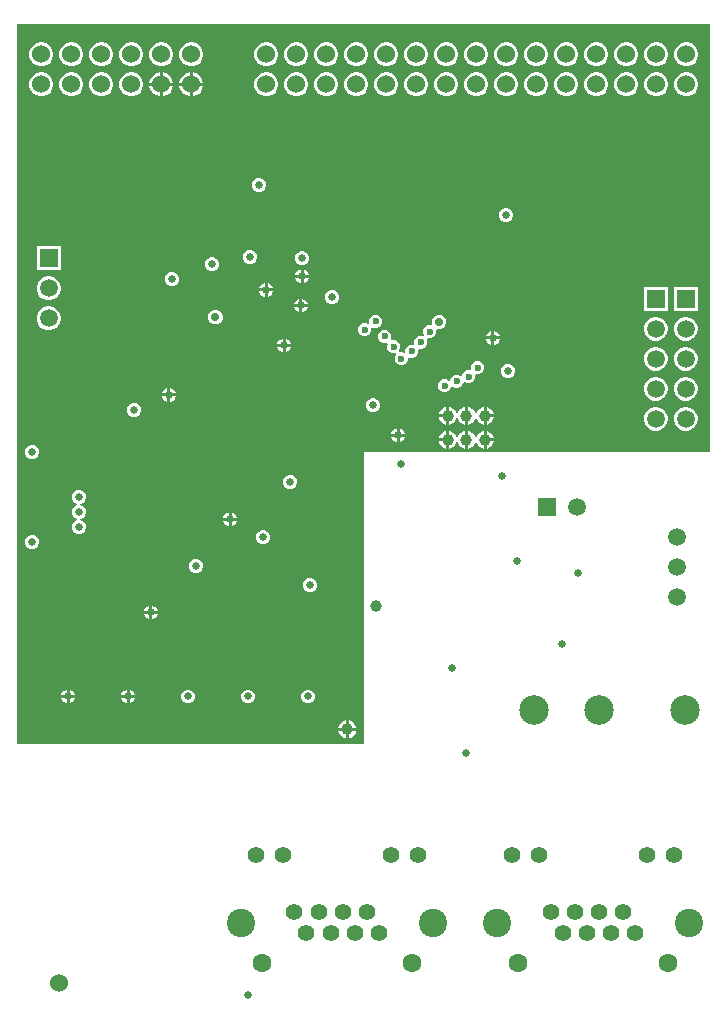
<source format=gbr>
G04*
G04 #@! TF.GenerationSoftware,Altium Limited,Altium Designer,22.4.2 (48)*
G04*
G04 Layer_Physical_Order=3*
G04 Layer_Color=16440176*
%FSLAX25Y25*%
%MOIN*%
G70*
G04*
G04 #@! TF.SameCoordinates,486E1BA3-CE48-4A1D-B67F-52F2D9AC8645*
G04*
G04*
G04 #@! TF.FilePolarity,Positive*
G04*
G01*
G75*
%ADD71C,0.06299*%
%ADD72C,0.09449*%
%ADD73C,0.05512*%
%ADD74C,0.09843*%
%ADD75C,0.05906*%
%ADD76R,0.05906X0.05906*%
%ADD77R,0.05906X0.05906*%
%ADD78C,0.06000*%
%ADD79C,0.02756*%
%ADD80C,0.02559*%
%ADD81C,0.03937*%
%ADD82C,0.02362*%
G36*
X332461Y292500D02*
X217000D01*
Y195000D01*
X101529D01*
Y434971D01*
X332461D01*
Y292500D01*
D02*
G37*
%LPC*%
G36*
X325027Y429000D02*
X323973D01*
X322956Y428727D01*
X322044Y428201D01*
X321299Y427456D01*
X320773Y426544D01*
X320500Y425527D01*
Y424473D01*
X320773Y423456D01*
X321299Y422544D01*
X322044Y421799D01*
X322956Y421273D01*
X323973Y421000D01*
X325027D01*
X326044Y421273D01*
X326956Y421799D01*
X327701Y422544D01*
X328227Y423456D01*
X328500Y424473D01*
Y425527D01*
X328227Y426544D01*
X327701Y427456D01*
X326956Y428201D01*
X326044Y428727D01*
X325027Y429000D01*
D02*
G37*
G36*
X315027D02*
X313973D01*
X312956Y428727D01*
X312044Y428201D01*
X311299Y427456D01*
X310773Y426544D01*
X310500Y425527D01*
Y424473D01*
X310773Y423456D01*
X311299Y422544D01*
X312044Y421799D01*
X312956Y421273D01*
X313973Y421000D01*
X315027D01*
X316044Y421273D01*
X316956Y421799D01*
X317701Y422544D01*
X318227Y423456D01*
X318500Y424473D01*
Y425527D01*
X318227Y426544D01*
X317701Y427456D01*
X316956Y428201D01*
X316044Y428727D01*
X315027Y429000D01*
D02*
G37*
G36*
X305027D02*
X303973D01*
X302956Y428727D01*
X302044Y428201D01*
X301299Y427456D01*
X300773Y426544D01*
X300500Y425527D01*
Y424473D01*
X300773Y423456D01*
X301299Y422544D01*
X302044Y421799D01*
X302956Y421273D01*
X303973Y421000D01*
X305027D01*
X306044Y421273D01*
X306956Y421799D01*
X307701Y422544D01*
X308227Y423456D01*
X308500Y424473D01*
Y425527D01*
X308227Y426544D01*
X307701Y427456D01*
X306956Y428201D01*
X306044Y428727D01*
X305027Y429000D01*
D02*
G37*
G36*
X295027D02*
X293973D01*
X292956Y428727D01*
X292044Y428201D01*
X291299Y427456D01*
X290773Y426544D01*
X290500Y425527D01*
Y424473D01*
X290773Y423456D01*
X291299Y422544D01*
X292044Y421799D01*
X292956Y421273D01*
X293973Y421000D01*
X295027D01*
X296044Y421273D01*
X296956Y421799D01*
X297701Y422544D01*
X298227Y423456D01*
X298500Y424473D01*
Y425527D01*
X298227Y426544D01*
X297701Y427456D01*
X296956Y428201D01*
X296044Y428727D01*
X295027Y429000D01*
D02*
G37*
G36*
X285027D02*
X283973D01*
X282956Y428727D01*
X282044Y428201D01*
X281299Y427456D01*
X280773Y426544D01*
X280500Y425527D01*
Y424473D01*
X280773Y423456D01*
X281299Y422544D01*
X282044Y421799D01*
X282956Y421273D01*
X283973Y421000D01*
X285027D01*
X286044Y421273D01*
X286956Y421799D01*
X287701Y422544D01*
X288227Y423456D01*
X288500Y424473D01*
Y425527D01*
X288227Y426544D01*
X287701Y427456D01*
X286956Y428201D01*
X286044Y428727D01*
X285027Y429000D01*
D02*
G37*
G36*
X275027D02*
X273973D01*
X272956Y428727D01*
X272044Y428201D01*
X271299Y427456D01*
X270773Y426544D01*
X270500Y425527D01*
Y424473D01*
X270773Y423456D01*
X271299Y422544D01*
X272044Y421799D01*
X272956Y421273D01*
X273973Y421000D01*
X275027D01*
X276044Y421273D01*
X276956Y421799D01*
X277701Y422544D01*
X278227Y423456D01*
X278500Y424473D01*
Y425527D01*
X278227Y426544D01*
X277701Y427456D01*
X276956Y428201D01*
X276044Y428727D01*
X275027Y429000D01*
D02*
G37*
G36*
X265027D02*
X263973D01*
X262956Y428727D01*
X262044Y428201D01*
X261299Y427456D01*
X260773Y426544D01*
X260500Y425527D01*
Y424473D01*
X260773Y423456D01*
X261299Y422544D01*
X262044Y421799D01*
X262956Y421273D01*
X263973Y421000D01*
X265027D01*
X266044Y421273D01*
X266956Y421799D01*
X267701Y422544D01*
X268227Y423456D01*
X268500Y424473D01*
Y425527D01*
X268227Y426544D01*
X267701Y427456D01*
X266956Y428201D01*
X266044Y428727D01*
X265027Y429000D01*
D02*
G37*
G36*
X255027D02*
X253973D01*
X252956Y428727D01*
X252044Y428201D01*
X251299Y427456D01*
X250773Y426544D01*
X250500Y425527D01*
Y424473D01*
X250773Y423456D01*
X251299Y422544D01*
X252044Y421799D01*
X252956Y421273D01*
X253973Y421000D01*
X255027D01*
X256044Y421273D01*
X256956Y421799D01*
X257701Y422544D01*
X258227Y423456D01*
X258500Y424473D01*
Y425527D01*
X258227Y426544D01*
X257701Y427456D01*
X256956Y428201D01*
X256044Y428727D01*
X255027Y429000D01*
D02*
G37*
G36*
X245027D02*
X243973D01*
X242956Y428727D01*
X242044Y428201D01*
X241299Y427456D01*
X240773Y426544D01*
X240500Y425527D01*
Y424473D01*
X240773Y423456D01*
X241299Y422544D01*
X242044Y421799D01*
X242956Y421273D01*
X243973Y421000D01*
X245027D01*
X246044Y421273D01*
X246956Y421799D01*
X247701Y422544D01*
X248227Y423456D01*
X248500Y424473D01*
Y425527D01*
X248227Y426544D01*
X247701Y427456D01*
X246956Y428201D01*
X246044Y428727D01*
X245027Y429000D01*
D02*
G37*
G36*
X235027D02*
X233973D01*
X232956Y428727D01*
X232044Y428201D01*
X231299Y427456D01*
X230773Y426544D01*
X230500Y425527D01*
Y424473D01*
X230773Y423456D01*
X231299Y422544D01*
X232044Y421799D01*
X232956Y421273D01*
X233973Y421000D01*
X235027D01*
X236044Y421273D01*
X236956Y421799D01*
X237701Y422544D01*
X238227Y423456D01*
X238500Y424473D01*
Y425527D01*
X238227Y426544D01*
X237701Y427456D01*
X236956Y428201D01*
X236044Y428727D01*
X235027Y429000D01*
D02*
G37*
G36*
X225027D02*
X223973D01*
X222956Y428727D01*
X222044Y428201D01*
X221299Y427456D01*
X220773Y426544D01*
X220500Y425527D01*
Y424473D01*
X220773Y423456D01*
X221299Y422544D01*
X222044Y421799D01*
X222956Y421273D01*
X223973Y421000D01*
X225027D01*
X226044Y421273D01*
X226956Y421799D01*
X227701Y422544D01*
X228227Y423456D01*
X228500Y424473D01*
Y425527D01*
X228227Y426544D01*
X227701Y427456D01*
X226956Y428201D01*
X226044Y428727D01*
X225027Y429000D01*
D02*
G37*
G36*
X215027D02*
X213973D01*
X212956Y428727D01*
X212044Y428201D01*
X211299Y427456D01*
X210773Y426544D01*
X210500Y425527D01*
Y424473D01*
X210773Y423456D01*
X211299Y422544D01*
X212044Y421799D01*
X212956Y421273D01*
X213973Y421000D01*
X215027D01*
X216044Y421273D01*
X216956Y421799D01*
X217701Y422544D01*
X218227Y423456D01*
X218500Y424473D01*
Y425527D01*
X218227Y426544D01*
X217701Y427456D01*
X216956Y428201D01*
X216044Y428727D01*
X215027Y429000D01*
D02*
G37*
G36*
X205027D02*
X203973D01*
X202956Y428727D01*
X202044Y428201D01*
X201299Y427456D01*
X200773Y426544D01*
X200500Y425527D01*
Y424473D01*
X200773Y423456D01*
X201299Y422544D01*
X202044Y421799D01*
X202956Y421273D01*
X203973Y421000D01*
X205027D01*
X206044Y421273D01*
X206956Y421799D01*
X207701Y422544D01*
X208227Y423456D01*
X208500Y424473D01*
Y425527D01*
X208227Y426544D01*
X207701Y427456D01*
X206956Y428201D01*
X206044Y428727D01*
X205027Y429000D01*
D02*
G37*
G36*
X195027D02*
X193973D01*
X192956Y428727D01*
X192044Y428201D01*
X191299Y427456D01*
X190773Y426544D01*
X190500Y425527D01*
Y424473D01*
X190773Y423456D01*
X191299Y422544D01*
X192044Y421799D01*
X192956Y421273D01*
X193973Y421000D01*
X195027D01*
X196044Y421273D01*
X196956Y421799D01*
X197701Y422544D01*
X198227Y423456D01*
X198500Y424473D01*
Y425527D01*
X198227Y426544D01*
X197701Y427456D01*
X196956Y428201D01*
X196044Y428727D01*
X195027Y429000D01*
D02*
G37*
G36*
X185027D02*
X183973D01*
X182956Y428727D01*
X182044Y428201D01*
X181299Y427456D01*
X180773Y426544D01*
X180500Y425527D01*
Y424473D01*
X180773Y423456D01*
X181299Y422544D01*
X182044Y421799D01*
X182956Y421273D01*
X183973Y421000D01*
X185027D01*
X186044Y421273D01*
X186956Y421799D01*
X187701Y422544D01*
X188227Y423456D01*
X188500Y424473D01*
Y425527D01*
X188227Y426544D01*
X187701Y427456D01*
X186956Y428201D01*
X186044Y428727D01*
X185027Y429000D01*
D02*
G37*
G36*
X160027D02*
X158973D01*
X157956Y428727D01*
X157044Y428201D01*
X156299Y427456D01*
X155773Y426544D01*
X155500Y425527D01*
Y424473D01*
X155773Y423456D01*
X156299Y422544D01*
X157044Y421799D01*
X157956Y421273D01*
X158973Y421000D01*
X160027D01*
X161044Y421273D01*
X161956Y421799D01*
X162701Y422544D01*
X163227Y423456D01*
X163500Y424473D01*
Y425527D01*
X163227Y426544D01*
X162701Y427456D01*
X161956Y428201D01*
X161044Y428727D01*
X160027Y429000D01*
D02*
G37*
G36*
X150027D02*
X148973D01*
X147956Y428727D01*
X147044Y428201D01*
X146299Y427456D01*
X145773Y426544D01*
X145500Y425527D01*
Y424473D01*
X145773Y423456D01*
X146299Y422544D01*
X147044Y421799D01*
X147956Y421273D01*
X148973Y421000D01*
X150027D01*
X151044Y421273D01*
X151956Y421799D01*
X152701Y422544D01*
X153227Y423456D01*
X153500Y424473D01*
Y425527D01*
X153227Y426544D01*
X152701Y427456D01*
X151956Y428201D01*
X151044Y428727D01*
X150027Y429000D01*
D02*
G37*
G36*
X140027D02*
X138973D01*
X137956Y428727D01*
X137044Y428201D01*
X136299Y427456D01*
X135773Y426544D01*
X135500Y425527D01*
Y424473D01*
X135773Y423456D01*
X136299Y422544D01*
X137044Y421799D01*
X137956Y421273D01*
X138973Y421000D01*
X140027D01*
X141044Y421273D01*
X141956Y421799D01*
X142701Y422544D01*
X143227Y423456D01*
X143500Y424473D01*
Y425527D01*
X143227Y426544D01*
X142701Y427456D01*
X141956Y428201D01*
X141044Y428727D01*
X140027Y429000D01*
D02*
G37*
G36*
X130027D02*
X128973D01*
X127956Y428727D01*
X127044Y428201D01*
X126299Y427456D01*
X125773Y426544D01*
X125500Y425527D01*
Y424473D01*
X125773Y423456D01*
X126299Y422544D01*
X127044Y421799D01*
X127956Y421273D01*
X128973Y421000D01*
X130027D01*
X131044Y421273D01*
X131956Y421799D01*
X132701Y422544D01*
X133227Y423456D01*
X133500Y424473D01*
Y425527D01*
X133227Y426544D01*
X132701Y427456D01*
X131956Y428201D01*
X131044Y428727D01*
X130027Y429000D01*
D02*
G37*
G36*
X120027D02*
X118973D01*
X117956Y428727D01*
X117044Y428201D01*
X116299Y427456D01*
X115773Y426544D01*
X115500Y425527D01*
Y424473D01*
X115773Y423456D01*
X116299Y422544D01*
X117044Y421799D01*
X117956Y421273D01*
X118973Y421000D01*
X120027D01*
X121044Y421273D01*
X121956Y421799D01*
X122701Y422544D01*
X123227Y423456D01*
X123500Y424473D01*
Y425527D01*
X123227Y426544D01*
X122701Y427456D01*
X121956Y428201D01*
X121044Y428727D01*
X120027Y429000D01*
D02*
G37*
G36*
X110027D02*
X108973D01*
X107956Y428727D01*
X107044Y428201D01*
X106299Y427456D01*
X105773Y426544D01*
X105500Y425527D01*
Y424473D01*
X105773Y423456D01*
X106299Y422544D01*
X107044Y421799D01*
X107956Y421273D01*
X108973Y421000D01*
X110027D01*
X111044Y421273D01*
X111956Y421799D01*
X112701Y422544D01*
X113227Y423456D01*
X113500Y424473D01*
Y425527D01*
X113227Y426544D01*
X112701Y427456D01*
X111956Y428201D01*
X111044Y428727D01*
X110027Y429000D01*
D02*
G37*
G36*
X160027Y419000D02*
X160000D01*
Y415500D01*
X163500D01*
Y415527D01*
X163227Y416544D01*
X162701Y417456D01*
X161956Y418201D01*
X161044Y418727D01*
X160027Y419000D01*
D02*
G37*
G36*
X159000D02*
X158973D01*
X157956Y418727D01*
X157044Y418201D01*
X156299Y417456D01*
X155773Y416544D01*
X155500Y415527D01*
Y415500D01*
X159000D01*
Y419000D01*
D02*
G37*
G36*
X150027D02*
X150000D01*
Y415500D01*
X153500D01*
Y415527D01*
X153227Y416544D01*
X152701Y417456D01*
X151956Y418201D01*
X151044Y418727D01*
X150027Y419000D01*
D02*
G37*
G36*
X149000D02*
X148973D01*
X147956Y418727D01*
X147044Y418201D01*
X146299Y417456D01*
X145773Y416544D01*
X145500Y415527D01*
Y415500D01*
X149000D01*
Y419000D01*
D02*
G37*
G36*
X325027D02*
X323973D01*
X322956Y418727D01*
X322044Y418201D01*
X321299Y417456D01*
X320773Y416544D01*
X320500Y415527D01*
Y414473D01*
X320773Y413456D01*
X321299Y412544D01*
X322044Y411799D01*
X322956Y411273D01*
X323973Y411000D01*
X325027D01*
X326044Y411273D01*
X326956Y411799D01*
X327701Y412544D01*
X328227Y413456D01*
X328500Y414473D01*
Y415527D01*
X328227Y416544D01*
X327701Y417456D01*
X326956Y418201D01*
X326044Y418727D01*
X325027Y419000D01*
D02*
G37*
G36*
X315027D02*
X313973D01*
X312956Y418727D01*
X312044Y418201D01*
X311299Y417456D01*
X310773Y416544D01*
X310500Y415527D01*
Y414473D01*
X310773Y413456D01*
X311299Y412544D01*
X312044Y411799D01*
X312956Y411273D01*
X313973Y411000D01*
X315027D01*
X316044Y411273D01*
X316956Y411799D01*
X317701Y412544D01*
X318227Y413456D01*
X318500Y414473D01*
Y415527D01*
X318227Y416544D01*
X317701Y417456D01*
X316956Y418201D01*
X316044Y418727D01*
X315027Y419000D01*
D02*
G37*
G36*
X305027D02*
X303973D01*
X302956Y418727D01*
X302044Y418201D01*
X301299Y417456D01*
X300773Y416544D01*
X300500Y415527D01*
Y414473D01*
X300773Y413456D01*
X301299Y412544D01*
X302044Y411799D01*
X302956Y411273D01*
X303973Y411000D01*
X305027D01*
X306044Y411273D01*
X306956Y411799D01*
X307701Y412544D01*
X308227Y413456D01*
X308500Y414473D01*
Y415527D01*
X308227Y416544D01*
X307701Y417456D01*
X306956Y418201D01*
X306044Y418727D01*
X305027Y419000D01*
D02*
G37*
G36*
X295027D02*
X293973D01*
X292956Y418727D01*
X292044Y418201D01*
X291299Y417456D01*
X290773Y416544D01*
X290500Y415527D01*
Y414473D01*
X290773Y413456D01*
X291299Y412544D01*
X292044Y411799D01*
X292956Y411273D01*
X293973Y411000D01*
X295027D01*
X296044Y411273D01*
X296956Y411799D01*
X297701Y412544D01*
X298227Y413456D01*
X298500Y414473D01*
Y415527D01*
X298227Y416544D01*
X297701Y417456D01*
X296956Y418201D01*
X296044Y418727D01*
X295027Y419000D01*
D02*
G37*
G36*
X285027D02*
X283973D01*
X282956Y418727D01*
X282044Y418201D01*
X281299Y417456D01*
X280773Y416544D01*
X280500Y415527D01*
Y414473D01*
X280773Y413456D01*
X281299Y412544D01*
X282044Y411799D01*
X282956Y411273D01*
X283973Y411000D01*
X285027D01*
X286044Y411273D01*
X286956Y411799D01*
X287701Y412544D01*
X288227Y413456D01*
X288500Y414473D01*
Y415527D01*
X288227Y416544D01*
X287701Y417456D01*
X286956Y418201D01*
X286044Y418727D01*
X285027Y419000D01*
D02*
G37*
G36*
X275027D02*
X273973D01*
X272956Y418727D01*
X272044Y418201D01*
X271299Y417456D01*
X270773Y416544D01*
X270500Y415527D01*
Y414473D01*
X270773Y413456D01*
X271299Y412544D01*
X272044Y411799D01*
X272956Y411273D01*
X273973Y411000D01*
X275027D01*
X276044Y411273D01*
X276956Y411799D01*
X277701Y412544D01*
X278227Y413456D01*
X278500Y414473D01*
Y415527D01*
X278227Y416544D01*
X277701Y417456D01*
X276956Y418201D01*
X276044Y418727D01*
X275027Y419000D01*
D02*
G37*
G36*
X265027D02*
X263973D01*
X262956Y418727D01*
X262044Y418201D01*
X261299Y417456D01*
X260773Y416544D01*
X260500Y415527D01*
Y414473D01*
X260773Y413456D01*
X261299Y412544D01*
X262044Y411799D01*
X262956Y411273D01*
X263973Y411000D01*
X265027D01*
X266044Y411273D01*
X266956Y411799D01*
X267701Y412544D01*
X268227Y413456D01*
X268500Y414473D01*
Y415527D01*
X268227Y416544D01*
X267701Y417456D01*
X266956Y418201D01*
X266044Y418727D01*
X265027Y419000D01*
D02*
G37*
G36*
X255027D02*
X253973D01*
X252956Y418727D01*
X252044Y418201D01*
X251299Y417456D01*
X250773Y416544D01*
X250500Y415527D01*
Y414473D01*
X250773Y413456D01*
X251299Y412544D01*
X252044Y411799D01*
X252956Y411273D01*
X253973Y411000D01*
X255027D01*
X256044Y411273D01*
X256956Y411799D01*
X257701Y412544D01*
X258227Y413456D01*
X258500Y414473D01*
Y415527D01*
X258227Y416544D01*
X257701Y417456D01*
X256956Y418201D01*
X256044Y418727D01*
X255027Y419000D01*
D02*
G37*
G36*
X245027D02*
X243973D01*
X242956Y418727D01*
X242044Y418201D01*
X241299Y417456D01*
X240773Y416544D01*
X240500Y415527D01*
Y414473D01*
X240773Y413456D01*
X241299Y412544D01*
X242044Y411799D01*
X242956Y411273D01*
X243973Y411000D01*
X245027D01*
X246044Y411273D01*
X246956Y411799D01*
X247701Y412544D01*
X248227Y413456D01*
X248500Y414473D01*
Y415527D01*
X248227Y416544D01*
X247701Y417456D01*
X246956Y418201D01*
X246044Y418727D01*
X245027Y419000D01*
D02*
G37*
G36*
X235027D02*
X233973D01*
X232956Y418727D01*
X232044Y418201D01*
X231299Y417456D01*
X230773Y416544D01*
X230500Y415527D01*
Y414473D01*
X230773Y413456D01*
X231299Y412544D01*
X232044Y411799D01*
X232956Y411273D01*
X233973Y411000D01*
X235027D01*
X236044Y411273D01*
X236956Y411799D01*
X237701Y412544D01*
X238227Y413456D01*
X238500Y414473D01*
Y415527D01*
X238227Y416544D01*
X237701Y417456D01*
X236956Y418201D01*
X236044Y418727D01*
X235027Y419000D01*
D02*
G37*
G36*
X225027D02*
X223973D01*
X222956Y418727D01*
X222044Y418201D01*
X221299Y417456D01*
X220773Y416544D01*
X220500Y415527D01*
Y414473D01*
X220773Y413456D01*
X221299Y412544D01*
X222044Y411799D01*
X222956Y411273D01*
X223973Y411000D01*
X225027D01*
X226044Y411273D01*
X226956Y411799D01*
X227701Y412544D01*
X228227Y413456D01*
X228500Y414473D01*
Y415527D01*
X228227Y416544D01*
X227701Y417456D01*
X226956Y418201D01*
X226044Y418727D01*
X225027Y419000D01*
D02*
G37*
G36*
X215027D02*
X213973D01*
X212956Y418727D01*
X212044Y418201D01*
X211299Y417456D01*
X210773Y416544D01*
X210500Y415527D01*
Y414473D01*
X210773Y413456D01*
X211299Y412544D01*
X212044Y411799D01*
X212956Y411273D01*
X213973Y411000D01*
X215027D01*
X216044Y411273D01*
X216956Y411799D01*
X217701Y412544D01*
X218227Y413456D01*
X218500Y414473D01*
Y415527D01*
X218227Y416544D01*
X217701Y417456D01*
X216956Y418201D01*
X216044Y418727D01*
X215027Y419000D01*
D02*
G37*
G36*
X205027D02*
X203973D01*
X202956Y418727D01*
X202044Y418201D01*
X201299Y417456D01*
X200773Y416544D01*
X200500Y415527D01*
Y414473D01*
X200773Y413456D01*
X201299Y412544D01*
X202044Y411799D01*
X202956Y411273D01*
X203973Y411000D01*
X205027D01*
X206044Y411273D01*
X206956Y411799D01*
X207701Y412544D01*
X208227Y413456D01*
X208500Y414473D01*
Y415527D01*
X208227Y416544D01*
X207701Y417456D01*
X206956Y418201D01*
X206044Y418727D01*
X205027Y419000D01*
D02*
G37*
G36*
X195027D02*
X193973D01*
X192956Y418727D01*
X192044Y418201D01*
X191299Y417456D01*
X190773Y416544D01*
X190500Y415527D01*
Y414473D01*
X190773Y413456D01*
X191299Y412544D01*
X192044Y411799D01*
X192956Y411273D01*
X193973Y411000D01*
X195027D01*
X196044Y411273D01*
X196956Y411799D01*
X197701Y412544D01*
X198227Y413456D01*
X198500Y414473D01*
Y415527D01*
X198227Y416544D01*
X197701Y417456D01*
X196956Y418201D01*
X196044Y418727D01*
X195027Y419000D01*
D02*
G37*
G36*
X185027D02*
X183973D01*
X182956Y418727D01*
X182044Y418201D01*
X181299Y417456D01*
X180773Y416544D01*
X180500Y415527D01*
Y414473D01*
X180773Y413456D01*
X181299Y412544D01*
X182044Y411799D01*
X182956Y411273D01*
X183973Y411000D01*
X185027D01*
X186044Y411273D01*
X186956Y411799D01*
X187701Y412544D01*
X188227Y413456D01*
X188500Y414473D01*
Y415527D01*
X188227Y416544D01*
X187701Y417456D01*
X186956Y418201D01*
X186044Y418727D01*
X185027Y419000D01*
D02*
G37*
G36*
X163500Y414500D02*
X160000D01*
Y411000D01*
X160027D01*
X161044Y411273D01*
X161956Y411799D01*
X162701Y412544D01*
X163227Y413456D01*
X163500Y414473D01*
Y414500D01*
D02*
G37*
G36*
X159000D02*
X155500D01*
Y414473D01*
X155773Y413456D01*
X156299Y412544D01*
X157044Y411799D01*
X157956Y411273D01*
X158973Y411000D01*
X159000D01*
Y414500D01*
D02*
G37*
G36*
X153500D02*
X150000D01*
Y411000D01*
X150027D01*
X151044Y411273D01*
X151956Y411799D01*
X152701Y412544D01*
X153227Y413456D01*
X153500Y414473D01*
Y414500D01*
D02*
G37*
G36*
X149000D02*
X145500D01*
Y414473D01*
X145773Y413456D01*
X146299Y412544D01*
X147044Y411799D01*
X147956Y411273D01*
X148973Y411000D01*
X149000D01*
Y414500D01*
D02*
G37*
G36*
X140027Y419000D02*
X138973D01*
X137956Y418727D01*
X137044Y418201D01*
X136299Y417456D01*
X135773Y416544D01*
X135500Y415527D01*
Y414473D01*
X135773Y413456D01*
X136299Y412544D01*
X137044Y411799D01*
X137956Y411273D01*
X138973Y411000D01*
X140027D01*
X141044Y411273D01*
X141956Y411799D01*
X142701Y412544D01*
X143227Y413456D01*
X143500Y414473D01*
Y415527D01*
X143227Y416544D01*
X142701Y417456D01*
X141956Y418201D01*
X141044Y418727D01*
X140027Y419000D01*
D02*
G37*
G36*
X130027D02*
X128973D01*
X127956Y418727D01*
X127044Y418201D01*
X126299Y417456D01*
X125773Y416544D01*
X125500Y415527D01*
Y414473D01*
X125773Y413456D01*
X126299Y412544D01*
X127044Y411799D01*
X127956Y411273D01*
X128973Y411000D01*
X130027D01*
X131044Y411273D01*
X131956Y411799D01*
X132701Y412544D01*
X133227Y413456D01*
X133500Y414473D01*
Y415527D01*
X133227Y416544D01*
X132701Y417456D01*
X131956Y418201D01*
X131044Y418727D01*
X130027Y419000D01*
D02*
G37*
G36*
X120027D02*
X118973D01*
X117956Y418727D01*
X117044Y418201D01*
X116299Y417456D01*
X115773Y416544D01*
X115500Y415527D01*
Y414473D01*
X115773Y413456D01*
X116299Y412544D01*
X117044Y411799D01*
X117956Y411273D01*
X118973Y411000D01*
X120027D01*
X121044Y411273D01*
X121956Y411799D01*
X122701Y412544D01*
X123227Y413456D01*
X123500Y414473D01*
Y415527D01*
X123227Y416544D01*
X122701Y417456D01*
X121956Y418201D01*
X121044Y418727D01*
X120027Y419000D01*
D02*
G37*
G36*
X110027D02*
X108973D01*
X107956Y418727D01*
X107044Y418201D01*
X106299Y417456D01*
X105773Y416544D01*
X105500Y415527D01*
Y414473D01*
X105773Y413456D01*
X106299Y412544D01*
X107044Y411799D01*
X107956Y411273D01*
X108973Y411000D01*
X110027D01*
X111044Y411273D01*
X111956Y411799D01*
X112701Y412544D01*
X113227Y413456D01*
X113500Y414473D01*
Y415527D01*
X113227Y416544D01*
X112701Y417456D01*
X111956Y418201D01*
X111044Y418727D01*
X110027Y419000D01*
D02*
G37*
G36*
X182453Y383780D02*
X181547D01*
X180709Y383433D01*
X180068Y382791D01*
X179720Y381953D01*
Y381047D01*
X180068Y380209D01*
X180709Y379568D01*
X181547Y379221D01*
X182453D01*
X183291Y379568D01*
X183932Y380209D01*
X184280Y381047D01*
Y381953D01*
X183932Y382791D01*
X183291Y383433D01*
X182453Y383780D01*
D02*
G37*
G36*
X264893Y373725D02*
X263986D01*
X263148Y373378D01*
X262507Y372736D01*
X262160Y371899D01*
Y370992D01*
X262507Y370154D01*
X263148Y369513D01*
X263986Y369165D01*
X264893D01*
X265731Y369513D01*
X266372Y370154D01*
X266719Y370992D01*
Y371899D01*
X266372Y372736D01*
X265731Y373378D01*
X264893Y373725D01*
D02*
G37*
G36*
X179453Y359780D02*
X178547D01*
X177709Y359433D01*
X177067Y358791D01*
X176720Y357953D01*
Y357047D01*
X177067Y356209D01*
X177709Y355568D01*
X178547Y355221D01*
X179453D01*
X180291Y355568D01*
X180932Y356209D01*
X181280Y357047D01*
Y357953D01*
X180932Y358791D01*
X180291Y359433D01*
X179453Y359780D01*
D02*
G37*
G36*
X196953Y359279D02*
X196047D01*
X195209Y358932D01*
X194568Y358291D01*
X194220Y357453D01*
Y356547D01*
X194568Y355709D01*
X195209Y355067D01*
X196047Y354720D01*
X196953D01*
X197791Y355067D01*
X198433Y355709D01*
X198779Y356547D01*
Y357453D01*
X198433Y358291D01*
X197791Y358932D01*
X196953Y359279D01*
D02*
G37*
G36*
X115953Y360953D02*
X108047D01*
Y353047D01*
X115953D01*
Y360953D01*
D02*
G37*
G36*
X166953Y357279D02*
X166047D01*
X165209Y356932D01*
X164567Y356291D01*
X164220Y355453D01*
Y354547D01*
X164567Y353709D01*
X165209Y353067D01*
X166047Y352720D01*
X166953D01*
X167791Y353067D01*
X168432Y353709D01*
X168780Y354547D01*
Y355453D01*
X168432Y356291D01*
X167791Y356932D01*
X166953Y357279D01*
D02*
G37*
G36*
X197000Y353260D02*
Y351500D01*
X198760D01*
X198433Y352291D01*
X197791Y352933D01*
X197000Y353260D01*
D02*
G37*
G36*
X196000D02*
X195209Y352933D01*
X194568Y352291D01*
X194240Y351500D01*
X196000D01*
Y353260D01*
D02*
G37*
G36*
X198760Y350500D02*
X197000D01*
Y348740D01*
X197791Y349067D01*
X198433Y349709D01*
X198760Y350500D01*
D02*
G37*
G36*
X196000D02*
X194240D01*
X194568Y349709D01*
X195209Y349067D01*
X196000Y348740D01*
Y350500D01*
D02*
G37*
G36*
X153453Y352279D02*
X152547D01*
X151709Y351933D01*
X151067Y351291D01*
X150721Y350453D01*
Y349547D01*
X151067Y348709D01*
X151709Y348067D01*
X152547Y347721D01*
X153453D01*
X154291Y348067D01*
X154932Y348709D01*
X155280Y349547D01*
Y350453D01*
X154932Y351291D01*
X154291Y351933D01*
X153453Y352279D01*
D02*
G37*
G36*
X185000Y348760D02*
Y347000D01*
X186760D01*
X186433Y347791D01*
X185791Y348432D01*
X185000Y348760D01*
D02*
G37*
G36*
X184000D02*
X183209Y348432D01*
X182568Y347791D01*
X182240Y347000D01*
X184000D01*
Y348760D01*
D02*
G37*
G36*
X186760Y346000D02*
X185000D01*
Y344240D01*
X185791Y344567D01*
X186433Y345209D01*
X186760Y346000D01*
D02*
G37*
G36*
X184000D02*
X182240D01*
X182568Y345209D01*
X183209Y344567D01*
X184000Y344240D01*
Y346000D01*
D02*
G37*
G36*
X112520Y350953D02*
X111480D01*
X110474Y350683D01*
X109573Y350163D01*
X108837Y349427D01*
X108317Y348526D01*
X108047Y347520D01*
Y346480D01*
X108317Y345474D01*
X108837Y344573D01*
X109573Y343837D01*
X110474Y343317D01*
X111480Y343047D01*
X112520D01*
X113526Y343317D01*
X114427Y343837D01*
X115163Y344573D01*
X115683Y345474D01*
X115953Y346480D01*
Y347520D01*
X115683Y348526D01*
X115163Y349427D01*
X114427Y350163D01*
X113526Y350683D01*
X112520Y350953D01*
D02*
G37*
G36*
X196500Y343540D02*
Y341779D01*
X198260D01*
X197933Y342571D01*
X197291Y343212D01*
X196500Y343540D01*
D02*
G37*
G36*
X195500D02*
X194709Y343212D01*
X194068Y342571D01*
X193740Y341779D01*
X195500D01*
Y343540D01*
D02*
G37*
G36*
X206953Y346280D02*
X206047D01*
X205209Y345933D01*
X204568Y345291D01*
X204221Y344453D01*
Y343547D01*
X204568Y342709D01*
X205209Y342068D01*
X206047Y341721D01*
X206953D01*
X207791Y342068D01*
X208433Y342709D01*
X208780Y343547D01*
Y344453D01*
X208433Y345291D01*
X207791Y345933D01*
X206953Y346280D01*
D02*
G37*
G36*
X328309Y347453D02*
X320404D01*
Y339547D01*
X328309D01*
Y347453D01*
D02*
G37*
G36*
X318309D02*
X310403D01*
Y339547D01*
X318309D01*
Y347453D01*
D02*
G37*
G36*
X198260Y340779D02*
X196500D01*
Y339019D01*
X197291Y339347D01*
X197933Y339988D01*
X198260Y340779D01*
D02*
G37*
G36*
X195500D02*
X193740D01*
X194068Y339988D01*
X194709Y339347D01*
X195500Y339019D01*
Y340779D01*
D02*
G37*
G36*
X221434Y338181D02*
X220566D01*
X219764Y337849D01*
X219151Y337235D01*
X218819Y336434D01*
Y335566D01*
X218915Y335334D01*
X218503Y335052D01*
X218492Y335048D01*
X217693Y335379D01*
X216826D01*
X216024Y335047D01*
X215410Y334433D01*
X215078Y333631D01*
Y332764D01*
X215410Y331962D01*
X216024Y331349D01*
X216826Y331016D01*
X217693D01*
X218495Y331349D01*
X219109Y331962D01*
X219441Y332764D01*
Y333631D01*
X219344Y333864D01*
X219756Y334145D01*
X219767Y334150D01*
X220566Y333819D01*
X221434D01*
X222235Y334151D01*
X222849Y334765D01*
X223181Y335566D01*
Y336434D01*
X222849Y337235D01*
X222235Y337849D01*
X221434Y338181D01*
D02*
G37*
G36*
X168048Y339728D02*
X167102D01*
X166228Y339366D01*
X165559Y338697D01*
X165197Y337823D01*
Y336877D01*
X165559Y336003D01*
X166228Y335334D01*
X167102Y334972D01*
X168048D01*
X168922Y335334D01*
X169591Y336003D01*
X169953Y336877D01*
Y337823D01*
X169591Y338697D01*
X168922Y339366D01*
X168048Y339728D01*
D02*
G37*
G36*
X242665Y338186D02*
X241719D01*
X240845Y337824D01*
X240176Y337155D01*
X239814Y336281D01*
Y335335D01*
X239949Y335009D01*
X239567Y334626D01*
X239434Y334681D01*
X238566D01*
X237765Y334349D01*
X237151Y333735D01*
X236819Y332934D01*
Y332066D01*
X237071Y331459D01*
X236688Y331076D01*
X236434Y331181D01*
X235566D01*
X234765Y330849D01*
X234151Y330236D01*
X233819Y329434D01*
Y328566D01*
X233841Y328512D01*
X233488Y328159D01*
X233434Y328181D01*
X232566D01*
X231765Y327849D01*
X231151Y327236D01*
X230819Y326434D01*
Y325856D01*
X230341Y325512D01*
X229934Y325681D01*
X229066D01*
X228907Y325615D01*
X228624Y326039D01*
X228849Y326265D01*
X229181Y327066D01*
Y327934D01*
X228849Y328735D01*
X228236Y329349D01*
X227434Y329681D01*
X226566D01*
X226312Y329576D01*
X225929Y329959D01*
X226181Y330566D01*
Y331434D01*
X225849Y332236D01*
X225236Y332849D01*
X224434Y333181D01*
X223566D01*
X222764Y332849D01*
X222151Y332236D01*
X221819Y331434D01*
Y330566D01*
X222151Y329765D01*
X222764Y329151D01*
X223566Y328819D01*
X224434D01*
X224688Y328924D01*
X225071Y328541D01*
X224819Y327934D01*
Y327066D01*
X225151Y326265D01*
X225764Y325651D01*
X226566Y325319D01*
X227434D01*
X227593Y325385D01*
X227876Y324961D01*
X227651Y324735D01*
X227319Y323934D01*
Y323066D01*
X227651Y322265D01*
X228264Y321651D01*
X229066Y321319D01*
X229934D01*
X230735Y321651D01*
X231349Y322265D01*
X231681Y323066D01*
Y323644D01*
X232159Y323988D01*
X232566Y323819D01*
X233434D01*
X234236Y324151D01*
X234849Y324764D01*
X235181Y325566D01*
Y326434D01*
X235159Y326488D01*
X235512Y326841D01*
X235566Y326819D01*
X236434D01*
X237235Y327151D01*
X237849Y327765D01*
X238181Y328566D01*
Y329434D01*
X237929Y330041D01*
X238312Y330424D01*
X238566Y330319D01*
X239434D01*
X240235Y330651D01*
X240849Y331264D01*
X241181Y332066D01*
Y332934D01*
X241092Y333148D01*
X241475Y333531D01*
X241719Y333430D01*
X242665D01*
X243539Y333792D01*
X244208Y334461D01*
X244570Y335335D01*
Y336281D01*
X244208Y337155D01*
X243539Y337824D01*
X242665Y338186D01*
D02*
G37*
G36*
X112520Y340953D02*
X111480D01*
X110474Y340683D01*
X109573Y340163D01*
X108837Y339427D01*
X108317Y338526D01*
X108047Y337520D01*
Y336480D01*
X108317Y335474D01*
X108837Y334573D01*
X109573Y333837D01*
X110474Y333317D01*
X111480Y333047D01*
X112520D01*
X113526Y333317D01*
X114427Y333837D01*
X115163Y334573D01*
X115683Y335474D01*
X115953Y336480D01*
Y337520D01*
X115683Y338526D01*
X115163Y339427D01*
X114427Y340163D01*
X113526Y340683D01*
X112520Y340953D01*
D02*
G37*
G36*
X260500Y332760D02*
Y331000D01*
X262260D01*
X261932Y331791D01*
X261291Y332433D01*
X260500Y332760D01*
D02*
G37*
G36*
X259500D02*
X258709Y332433D01*
X258067Y331791D01*
X257740Y331000D01*
X259500D01*
Y332760D01*
D02*
G37*
G36*
X324877Y337453D02*
X323836D01*
X322831Y337183D01*
X321929Y336663D01*
X321193Y335927D01*
X320673Y335026D01*
X320404Y334020D01*
Y332980D01*
X320673Y331974D01*
X321193Y331073D01*
X321929Y330337D01*
X322831Y329817D01*
X323836Y329547D01*
X324877D01*
X325882Y329817D01*
X326783Y330337D01*
X327519Y331073D01*
X328040Y331974D01*
X328309Y332980D01*
Y334020D01*
X328040Y335026D01*
X327519Y335927D01*
X326783Y336663D01*
X325882Y337183D01*
X324877Y337453D01*
D02*
G37*
G36*
X314877D02*
X313836D01*
X312831Y337183D01*
X311929Y336663D01*
X311193Y335927D01*
X310673Y335026D01*
X310403Y334020D01*
Y332980D01*
X310673Y331974D01*
X311193Y331073D01*
X311929Y330337D01*
X312831Y329817D01*
X313836Y329547D01*
X314877D01*
X315882Y329817D01*
X316783Y330337D01*
X317519Y331073D01*
X318040Y331974D01*
X318309Y332980D01*
Y334020D01*
X318040Y335026D01*
X317519Y335927D01*
X316783Y336663D01*
X315882Y337183D01*
X314877Y337453D01*
D02*
G37*
G36*
X191000Y330260D02*
Y328500D01*
X192760D01*
X192432Y329291D01*
X191791Y329932D01*
X191000Y330260D01*
D02*
G37*
G36*
X190000D02*
X189209Y329932D01*
X188567Y329291D01*
X188240Y328500D01*
X190000D01*
Y330260D01*
D02*
G37*
G36*
X262260Y330000D02*
X260500D01*
Y328240D01*
X261291Y328568D01*
X261932Y329209D01*
X262260Y330000D01*
D02*
G37*
G36*
X259500D02*
X257740D01*
X258067Y329209D01*
X258709Y328568D01*
X259500Y328240D01*
Y330000D01*
D02*
G37*
G36*
X192760Y327500D02*
X191000D01*
Y325740D01*
X191791Y326067D01*
X192432Y326709D01*
X192760Y327500D01*
D02*
G37*
G36*
X190000D02*
X188240D01*
X188567Y326709D01*
X189209Y326067D01*
X190000Y325740D01*
Y327500D01*
D02*
G37*
G36*
X255434Y322681D02*
X254566D01*
X253765Y322349D01*
X253151Y321736D01*
X252819Y320934D01*
Y320066D01*
X252841Y320012D01*
X252488Y319659D01*
X252434Y319681D01*
X251566D01*
X250764Y319349D01*
X250151Y318736D01*
X249819Y317934D01*
Y317919D01*
X249357Y317728D01*
X249236Y317849D01*
X248434Y318181D01*
X247566D01*
X246764Y317849D01*
X246151Y317235D01*
X245819Y316434D01*
Y316419D01*
X245357Y316228D01*
X245235Y316349D01*
X244434Y316681D01*
X243566D01*
X242764Y316349D01*
X242151Y315736D01*
X241819Y314934D01*
Y314066D01*
X242151Y313264D01*
X242764Y312651D01*
X243566Y312319D01*
X244434D01*
X245235Y312651D01*
X245849Y313264D01*
X246181Y314066D01*
Y314081D01*
X246643Y314272D01*
X246764Y314151D01*
X247566Y313819D01*
X248434D01*
X249236Y314151D01*
X249849Y314764D01*
X250181Y315566D01*
Y315581D01*
X250643Y315772D01*
X250764Y315651D01*
X251566Y315319D01*
X252434D01*
X253236Y315651D01*
X253849Y316265D01*
X254181Y317066D01*
Y317934D01*
X254159Y317988D01*
X254512Y318341D01*
X254566Y318319D01*
X255434D01*
X256236Y318651D01*
X256849Y319265D01*
X257181Y320066D01*
Y320934D01*
X256849Y321736D01*
X256236Y322349D01*
X255434Y322681D01*
D02*
G37*
G36*
X324877Y327453D02*
X323836D01*
X322831Y327183D01*
X321929Y326663D01*
X321193Y325927D01*
X320673Y325026D01*
X320404Y324020D01*
Y322980D01*
X320673Y321974D01*
X321193Y321073D01*
X321929Y320337D01*
X322831Y319817D01*
X323836Y319547D01*
X324877D01*
X325882Y319817D01*
X326783Y320337D01*
X327519Y321073D01*
X328040Y321974D01*
X328309Y322980D01*
Y324020D01*
X328040Y325026D01*
X327519Y325927D01*
X326783Y326663D01*
X325882Y327183D01*
X324877Y327453D01*
D02*
G37*
G36*
X314877D02*
X313836D01*
X312831Y327183D01*
X311929Y326663D01*
X311193Y325927D01*
X310673Y325026D01*
X310403Y324020D01*
Y322980D01*
X310673Y321974D01*
X311193Y321073D01*
X311929Y320337D01*
X312831Y319817D01*
X313836Y319547D01*
X314877D01*
X315882Y319817D01*
X316783Y320337D01*
X317519Y321073D01*
X318040Y321974D01*
X318309Y322980D01*
Y324020D01*
X318040Y325026D01*
X317519Y325927D01*
X316783Y326663D01*
X315882Y327183D01*
X314877Y327453D01*
D02*
G37*
G36*
X265453Y321779D02*
X264547D01*
X263709Y321432D01*
X263068Y320791D01*
X262720Y319953D01*
Y319047D01*
X263068Y318209D01*
X263709Y317567D01*
X264547Y317220D01*
X265453D01*
X266291Y317567D01*
X266933Y318209D01*
X267280Y319047D01*
Y319953D01*
X266933Y320791D01*
X266291Y321432D01*
X265453Y321779D01*
D02*
G37*
G36*
X152500Y313760D02*
Y312000D01*
X154260D01*
X153932Y312791D01*
X153291Y313433D01*
X152500Y313760D01*
D02*
G37*
G36*
X151500D02*
X150709Y313433D01*
X150067Y312791D01*
X149740Y312000D01*
X151500D01*
Y313760D01*
D02*
G37*
G36*
X324877Y317453D02*
X323836D01*
X322831Y317183D01*
X321929Y316663D01*
X321193Y315927D01*
X320673Y315026D01*
X320404Y314020D01*
Y312980D01*
X320673Y311974D01*
X321193Y311073D01*
X321929Y310337D01*
X322831Y309817D01*
X323836Y309547D01*
X324877D01*
X325882Y309817D01*
X326783Y310337D01*
X327519Y311073D01*
X328040Y311974D01*
X328309Y312980D01*
Y314020D01*
X328040Y315026D01*
X327519Y315927D01*
X326783Y316663D01*
X325882Y317183D01*
X324877Y317453D01*
D02*
G37*
G36*
X314877D02*
X313836D01*
X312831Y317183D01*
X311929Y316663D01*
X311193Y315927D01*
X310673Y315026D01*
X310403Y314020D01*
Y312980D01*
X310673Y311974D01*
X311193Y311073D01*
X311929Y310337D01*
X312831Y309817D01*
X313836Y309547D01*
X314877D01*
X315882Y309817D01*
X316783Y310337D01*
X317519Y311073D01*
X318040Y311974D01*
X318309Y312980D01*
Y314020D01*
X318040Y315026D01*
X317519Y315927D01*
X316783Y316663D01*
X315882Y317183D01*
X314877Y317453D01*
D02*
G37*
G36*
X154260Y311000D02*
X152500D01*
Y309240D01*
X153291Y309567D01*
X153932Y310209D01*
X154260Y311000D01*
D02*
G37*
G36*
X151500D02*
X149740D01*
X150067Y310209D01*
X150709Y309567D01*
X151500Y309240D01*
Y311000D01*
D02*
G37*
G36*
X220453Y310279D02*
X219547D01*
X218709Y309932D01*
X218068Y309291D01*
X217721Y308453D01*
Y307547D01*
X218068Y306709D01*
X218709Y306067D01*
X219547Y305720D01*
X220453D01*
X221291Y306067D01*
X221933Y306709D01*
X222280Y307547D01*
Y308453D01*
X221933Y309291D01*
X221291Y309932D01*
X220453Y310279D01*
D02*
G37*
G36*
X256928Y307439D02*
X256283Y307266D01*
X255606Y306875D01*
X255053Y306323D01*
X254662Y305646D01*
X254580Y305339D01*
X254063D01*
X253980Y305646D01*
X253590Y306323D01*
X253037Y306875D01*
X252360Y307266D01*
X251714Y307439D01*
Y304500D01*
Y301561D01*
X252360Y301734D01*
X253037Y302125D01*
X253590Y302677D01*
X253980Y303354D01*
X254063Y303661D01*
X254580D01*
X254662Y303354D01*
X255053Y302677D01*
X255606Y302125D01*
X256283Y301734D01*
X256928Y301561D01*
Y304500D01*
Y307439D01*
D02*
G37*
G36*
X250714D02*
X250068Y307266D01*
X249392Y306875D01*
X248839Y306323D01*
X248448Y305646D01*
X248366Y305339D01*
X247848D01*
X247766Y305646D01*
X247375Y306323D01*
X246823Y306875D01*
X246146Y307266D01*
X245500Y307439D01*
Y304500D01*
Y301561D01*
X246146Y301734D01*
X246823Y302125D01*
X247375Y302677D01*
X247766Y303354D01*
X247848Y303661D01*
X248366D01*
X248448Y303354D01*
X248839Y302677D01*
X249392Y302125D01*
X250068Y301734D01*
X250714Y301561D01*
Y304500D01*
Y307439D01*
D02*
G37*
G36*
X257928D02*
Y305000D01*
X260368D01*
X260195Y305646D01*
X259804Y306323D01*
X259251Y306875D01*
X258574Y307266D01*
X257928Y307439D01*
D02*
G37*
G36*
X244500D02*
X243854Y307266D01*
X243177Y306875D01*
X242625Y306323D01*
X242234Y305646D01*
X242061Y305000D01*
X244500D01*
Y307439D01*
D02*
G37*
G36*
X140953Y308780D02*
X140047D01*
X139209Y308433D01*
X138567Y307791D01*
X138221Y306953D01*
Y306047D01*
X138567Y305209D01*
X139209Y304568D01*
X140047Y304221D01*
X140953D01*
X141791Y304568D01*
X142432Y305209D01*
X142780Y306047D01*
Y306953D01*
X142432Y307791D01*
X141791Y308433D01*
X140953Y308780D01*
D02*
G37*
G36*
X260368Y304000D02*
X257928D01*
Y301561D01*
X258574Y301734D01*
X259251Y302125D01*
X259804Y302677D01*
X260195Y303354D01*
X260368Y304000D01*
D02*
G37*
G36*
X244500D02*
X242061D01*
X242234Y303354D01*
X242625Y302677D01*
X243177Y302125D01*
X243854Y301734D01*
X244500Y301561D01*
Y304000D01*
D02*
G37*
G36*
X324877Y307453D02*
X323836D01*
X322831Y307183D01*
X321929Y306663D01*
X321193Y305927D01*
X320673Y305026D01*
X320404Y304020D01*
Y302980D01*
X320673Y301974D01*
X321193Y301073D01*
X321929Y300337D01*
X322831Y299817D01*
X323836Y299547D01*
X324877D01*
X325882Y299817D01*
X326783Y300337D01*
X327519Y301073D01*
X328040Y301974D01*
X328309Y302980D01*
Y304020D01*
X328040Y305026D01*
X327519Y305927D01*
X326783Y306663D01*
X325882Y307183D01*
X324877Y307453D01*
D02*
G37*
G36*
X314877D02*
X313836D01*
X312831Y307183D01*
X311929Y306663D01*
X311193Y305927D01*
X310673Y305026D01*
X310403Y304020D01*
Y302980D01*
X310673Y301974D01*
X311193Y301073D01*
X311929Y300337D01*
X312831Y299817D01*
X313836Y299547D01*
X314877D01*
X315882Y299817D01*
X316783Y300337D01*
X317519Y301073D01*
X318040Y301974D01*
X318309Y302980D01*
Y304020D01*
X318040Y305026D01*
X317519Y305927D01*
X316783Y306663D01*
X315882Y307183D01*
X314877Y307453D01*
D02*
G37*
G36*
X229000Y300260D02*
Y298500D01*
X230760D01*
X230433Y299291D01*
X229791Y299933D01*
X229000Y300260D01*
D02*
G37*
G36*
X228000D02*
X227209Y299933D01*
X226568Y299291D01*
X226240Y298500D01*
X228000D01*
Y300260D01*
D02*
G37*
G36*
X256928Y299439D02*
X256283Y299266D01*
X255606Y298875D01*
X255053Y298323D01*
X254662Y297646D01*
X254580Y297339D01*
X254063D01*
X253980Y297646D01*
X253590Y298323D01*
X253037Y298875D01*
X252360Y299266D01*
X251714Y299439D01*
Y296500D01*
Y293561D01*
X252360Y293734D01*
X253037Y294125D01*
X253590Y294677D01*
X253980Y295354D01*
X254063Y295661D01*
X254580D01*
X254662Y295354D01*
X255053Y294677D01*
X255606Y294125D01*
X256283Y293734D01*
X256928Y293561D01*
Y296500D01*
Y299439D01*
D02*
G37*
G36*
X250714D02*
X250068Y299266D01*
X249392Y298875D01*
X248839Y298323D01*
X248448Y297646D01*
X248366Y297339D01*
X247848D01*
X247766Y297646D01*
X247375Y298323D01*
X246823Y298875D01*
X246146Y299266D01*
X245500Y299439D01*
Y296500D01*
Y293561D01*
X246146Y293734D01*
X246823Y294125D01*
X247375Y294677D01*
X247766Y295354D01*
X247848Y295661D01*
X248366D01*
X248448Y295354D01*
X248839Y294677D01*
X249392Y294125D01*
X250068Y293734D01*
X250714Y293561D01*
Y296500D01*
Y299439D01*
D02*
G37*
G36*
X257928D02*
Y297000D01*
X260368D01*
X260195Y297646D01*
X259804Y298323D01*
X259251Y298875D01*
X258574Y299266D01*
X257928Y299439D01*
D02*
G37*
G36*
X244500D02*
X243854Y299266D01*
X243177Y298875D01*
X242625Y298323D01*
X242234Y297646D01*
X242061Y297000D01*
X244500D01*
Y299439D01*
D02*
G37*
G36*
X230760Y297500D02*
X229000D01*
Y295740D01*
X229791Y296068D01*
X230433Y296709D01*
X230760Y297500D01*
D02*
G37*
G36*
X228000D02*
X226240D01*
X226568Y296709D01*
X227209Y296068D01*
X228000Y295740D01*
Y297500D01*
D02*
G37*
G36*
X260368Y296000D02*
X257928D01*
Y293561D01*
X258574Y293734D01*
X259251Y294125D01*
X259804Y294677D01*
X260195Y295354D01*
X260368Y296000D01*
D02*
G37*
G36*
X244500D02*
X242061D01*
X242234Y295354D01*
X242625Y294677D01*
X243177Y294125D01*
X243854Y293734D01*
X244500Y293561D01*
Y296000D01*
D02*
G37*
G36*
X106953Y294779D02*
X106047D01*
X105209Y294432D01*
X104568Y293791D01*
X104220Y292953D01*
Y292047D01*
X104568Y291209D01*
X105209Y290567D01*
X106047Y290220D01*
X106953D01*
X107791Y290567D01*
X108432Y291209D01*
X108780Y292047D01*
Y292953D01*
X108432Y293791D01*
X107791Y294432D01*
X106953Y294779D01*
D02*
G37*
G36*
X192953Y284780D02*
X192047D01*
X191209Y284433D01*
X190568Y283791D01*
X190220Y282953D01*
Y282047D01*
X190568Y281209D01*
X191209Y280568D01*
X192047Y280221D01*
X192953D01*
X193791Y280568D01*
X194432Y281209D01*
X194780Y282047D01*
Y282953D01*
X194432Y283791D01*
X193791Y284433D01*
X192953Y284780D01*
D02*
G37*
G36*
X173000Y272260D02*
Y270500D01*
X174760D01*
X174433Y271291D01*
X173791Y271933D01*
X173000Y272260D01*
D02*
G37*
G36*
X172000D02*
X171209Y271933D01*
X170568Y271291D01*
X170240Y270500D01*
X172000D01*
Y272260D01*
D02*
G37*
G36*
X174760Y269500D02*
X173000D01*
Y267740D01*
X173791Y268068D01*
X174433Y268709D01*
X174760Y269500D01*
D02*
G37*
G36*
X172000D02*
X170240D01*
X170568Y268709D01*
X171209Y268068D01*
X172000Y267740D01*
Y269500D01*
D02*
G37*
G36*
X122453Y279780D02*
X121547D01*
X120709Y279433D01*
X120068Y278791D01*
X119720Y277953D01*
Y277047D01*
X120068Y276209D01*
X120709Y275568D01*
X121475Y275250D01*
X121496Y275114D01*
Y274886D01*
X121475Y274750D01*
X120709Y274432D01*
X120068Y273791D01*
X119720Y272953D01*
Y272047D01*
X120068Y271209D01*
X120709Y270567D01*
X121475Y270250D01*
X121496Y270114D01*
Y269886D01*
X121475Y269750D01*
X120709Y269432D01*
X120068Y268791D01*
X119720Y267953D01*
Y267047D01*
X120068Y266209D01*
X120709Y265567D01*
X121547Y265220D01*
X122453D01*
X123291Y265567D01*
X123933Y266209D01*
X124279Y267047D01*
Y267953D01*
X123933Y268791D01*
X123291Y269432D01*
X122525Y269750D01*
X122504Y269886D01*
Y270114D01*
X122525Y270250D01*
X123291Y270567D01*
X123933Y271209D01*
X124279Y272047D01*
Y272953D01*
X123933Y273791D01*
X123291Y274432D01*
X122525Y274750D01*
X122504Y274886D01*
Y275114D01*
X122525Y275250D01*
X123291Y275568D01*
X123933Y276209D01*
X124279Y277047D01*
Y277953D01*
X123933Y278791D01*
X123291Y279433D01*
X122453Y279780D01*
D02*
G37*
G36*
X183953Y266280D02*
X183047D01*
X182209Y265932D01*
X181568Y265291D01*
X181220Y264453D01*
Y263547D01*
X181568Y262709D01*
X182209Y262068D01*
X183047Y261720D01*
X183953D01*
X184791Y262068D01*
X185433Y262709D01*
X185780Y263547D01*
Y264453D01*
X185433Y265291D01*
X184791Y265932D01*
X183953Y266280D01*
D02*
G37*
G36*
X106953Y264779D02*
X106047D01*
X105209Y264433D01*
X104568Y263791D01*
X104220Y262953D01*
Y262047D01*
X104568Y261209D01*
X105209Y260567D01*
X106047Y260221D01*
X106953D01*
X107791Y260567D01*
X108432Y261209D01*
X108780Y262047D01*
Y262953D01*
X108432Y263791D01*
X107791Y264433D01*
X106953Y264779D01*
D02*
G37*
G36*
X161453Y256780D02*
X160547D01*
X159709Y256433D01*
X159067Y255791D01*
X158721Y254953D01*
Y254047D01*
X159067Y253209D01*
X159709Y252568D01*
X160547Y252221D01*
X161453D01*
X162291Y252568D01*
X162933Y253209D01*
X163279Y254047D01*
Y254953D01*
X162933Y255791D01*
X162291Y256433D01*
X161453Y256780D01*
D02*
G37*
G36*
X199453Y250279D02*
X198547D01*
X197709Y249933D01*
X197067Y249291D01*
X196721Y248453D01*
Y247547D01*
X197067Y246709D01*
X197709Y246068D01*
X198547Y245721D01*
X199453D01*
X200291Y246068D01*
X200933Y246709D01*
X201279Y247547D01*
Y248453D01*
X200933Y249291D01*
X200291Y249933D01*
X199453Y250279D01*
D02*
G37*
G36*
X146500Y241260D02*
Y239500D01*
X148260D01*
X147933Y240291D01*
X147291Y240932D01*
X146500Y241260D01*
D02*
G37*
G36*
X145500D02*
X144709Y240932D01*
X144068Y240291D01*
X143740Y239500D01*
X145500D01*
Y241260D01*
D02*
G37*
G36*
X148260Y238500D02*
X146500D01*
Y236740D01*
X147291Y237068D01*
X147933Y237709D01*
X148260Y238500D01*
D02*
G37*
G36*
X145500D02*
X143740D01*
X144068Y237709D01*
X144709Y237068D01*
X145500Y236740D01*
Y238500D01*
D02*
G37*
G36*
X139000Y213260D02*
Y211500D01*
X140760D01*
X140433Y212291D01*
X139791Y212932D01*
X139000Y213260D01*
D02*
G37*
G36*
X138000D02*
X137209Y212932D01*
X136567Y212291D01*
X136240Y211500D01*
X138000D01*
Y213260D01*
D02*
G37*
G36*
X119000D02*
Y211500D01*
X120760D01*
X120432Y212291D01*
X119791Y212932D01*
X119000Y213260D01*
D02*
G37*
G36*
X118000D02*
X117209Y212932D01*
X116568Y212291D01*
X116240Y211500D01*
X118000D01*
Y213260D01*
D02*
G37*
G36*
X140760Y210500D02*
X139000D01*
Y208740D01*
X139791Y209068D01*
X140433Y209709D01*
X140760Y210500D01*
D02*
G37*
G36*
X138000D02*
X136240D01*
X136567Y209709D01*
X137209Y209068D01*
X138000Y208740D01*
Y210500D01*
D02*
G37*
G36*
X120760D02*
X119000D01*
Y208740D01*
X119791Y209068D01*
X120432Y209709D01*
X120760Y210500D01*
D02*
G37*
G36*
X118000D02*
X116240D01*
X116568Y209709D01*
X117209Y209068D01*
X118000Y208740D01*
Y210500D01*
D02*
G37*
G36*
X198893Y213225D02*
X197986D01*
X197148Y212878D01*
X196507Y212236D01*
X196160Y211399D01*
Y210492D01*
X196507Y209654D01*
X197148Y209013D01*
X197986Y208665D01*
X198893D01*
X199731Y209013D01*
X200372Y209654D01*
X200719Y210492D01*
Y211399D01*
X200372Y212236D01*
X199731Y212878D01*
X198893Y213225D01*
D02*
G37*
G36*
X178893D02*
X177986D01*
X177148Y212878D01*
X176507Y212236D01*
X176160Y211399D01*
Y210492D01*
X176507Y209654D01*
X177148Y209013D01*
X177986Y208665D01*
X178893D01*
X179731Y209013D01*
X180372Y209654D01*
X180719Y210492D01*
Y211399D01*
X180372Y212236D01*
X179731Y212878D01*
X178893Y213225D01*
D02*
G37*
G36*
X158893D02*
X157986D01*
X157148Y212878D01*
X156507Y212236D01*
X156160Y211399D01*
Y210492D01*
X156507Y209654D01*
X157148Y209013D01*
X157986Y208665D01*
X158893D01*
X159731Y209013D01*
X160372Y209654D01*
X160719Y210492D01*
Y211399D01*
X160372Y212236D01*
X159731Y212878D01*
X158893Y213225D01*
D02*
G37*
G36*
X212000Y202939D02*
Y200500D01*
X214439D01*
X214266Y201146D01*
X213875Y201823D01*
X213323Y202375D01*
X212646Y202766D01*
X212000Y202939D01*
D02*
G37*
G36*
X211000D02*
X210354Y202766D01*
X209677Y202375D01*
X209125Y201823D01*
X208734Y201146D01*
X208561Y200500D01*
X211000D01*
Y202939D01*
D02*
G37*
G36*
X214439Y199500D02*
X212000D01*
Y197061D01*
X212646Y197234D01*
X213323Y197625D01*
X213875Y198177D01*
X214266Y198854D01*
X214439Y199500D01*
D02*
G37*
G36*
X211000D02*
X208561D01*
X208734Y198854D01*
X209125Y198177D01*
X209677Y197625D01*
X210354Y197234D01*
X211000Y197061D01*
Y199500D01*
D02*
G37*
%LPD*%
D71*
X268445Y122000D02*
D03*
X318445D02*
D03*
X232945D02*
D03*
X182945D02*
D03*
D72*
X261457Y135504D02*
D03*
X325433D02*
D03*
X239933D02*
D03*
X175957D02*
D03*
D73*
X266437Y157984D02*
D03*
X275453D02*
D03*
X311437D02*
D03*
X320453D02*
D03*
X279390Y139008D02*
D03*
X283405Y132000D02*
D03*
X287421Y139008D02*
D03*
X291437Y132000D02*
D03*
X295453Y139008D02*
D03*
X299468Y132000D02*
D03*
X303484Y139008D02*
D03*
X307500Y132000D02*
D03*
X222000D02*
D03*
X217984Y139008D02*
D03*
X213968Y132000D02*
D03*
X209953Y139008D02*
D03*
X205937Y132000D02*
D03*
X201921Y139008D02*
D03*
X197906Y132000D02*
D03*
X193890Y139008D02*
D03*
X234953Y157984D02*
D03*
X225937D02*
D03*
X189953D02*
D03*
X180937D02*
D03*
D74*
X295260Y206500D02*
D03*
X273606D02*
D03*
X324000D02*
D03*
D75*
X321285Y264000D02*
D03*
Y254000D02*
D03*
Y244000D02*
D03*
X288000Y274000D02*
D03*
X314356Y303500D02*
D03*
X324356D02*
D03*
X314356Y313500D02*
D03*
X324356D02*
D03*
Y323500D02*
D03*
X314356Y333500D02*
D03*
X324356D02*
D03*
X314356Y323500D02*
D03*
X112000Y347000D02*
D03*
Y337000D02*
D03*
D76*
X278000Y274000D02*
D03*
D77*
X314356Y343500D02*
D03*
X324356D02*
D03*
X112000Y357000D02*
D03*
D78*
X109500Y425000D02*
D03*
X119500D02*
D03*
X129500D02*
D03*
X139500D02*
D03*
X149500D02*
D03*
X159500D02*
D03*
Y415000D02*
D03*
X149500D02*
D03*
X109500D02*
D03*
X119500D02*
D03*
X129500D02*
D03*
X139500D02*
D03*
X234500Y425000D02*
D03*
X244500D02*
D03*
X254500D02*
D03*
X264500D02*
D03*
X274500D02*
D03*
X284500D02*
D03*
X294500D02*
D03*
X304500D02*
D03*
X314500D02*
D03*
X324500D02*
D03*
Y415000D02*
D03*
X314500D02*
D03*
X304500D02*
D03*
X294500D02*
D03*
X284500D02*
D03*
X274500D02*
D03*
X264500D02*
D03*
X254500D02*
D03*
X244500D02*
D03*
X234500D02*
D03*
X224500Y425000D02*
D03*
X214500D02*
D03*
X204500D02*
D03*
X194500D02*
D03*
X184500D02*
D03*
X224500Y415000D02*
D03*
X214500D02*
D03*
X204500D02*
D03*
X194500D02*
D03*
X184500D02*
D03*
X115500Y115417D02*
D03*
D79*
X167575Y337350D02*
D03*
X242192Y335808D02*
D03*
D80*
X166500Y355000D02*
D03*
X182000Y381500D02*
D03*
X179000Y357500D02*
D03*
X263000Y284500D02*
D03*
X229500Y288500D02*
D03*
X288500Y251953D02*
D03*
X199000Y248000D02*
D03*
X268000Y256000D02*
D03*
X138500Y211000D02*
D03*
X118500D02*
D03*
X158440Y210945D02*
D03*
X178500Y111500D02*
D03*
X146000Y239000D02*
D03*
X198440Y210945D02*
D03*
X283150Y228425D02*
D03*
X184500Y346500D02*
D03*
X220000Y308000D02*
D03*
X196000Y341280D02*
D03*
X190500Y328000D02*
D03*
X260000Y330500D02*
D03*
X246500Y220500D02*
D03*
X250940Y191945D02*
D03*
X178440Y210945D02*
D03*
X264440Y371445D02*
D03*
X196500Y357000D02*
D03*
X265000Y319500D02*
D03*
X122000Y277500D02*
D03*
Y272500D02*
D03*
Y267500D02*
D03*
X161000Y254500D02*
D03*
X153000Y350000D02*
D03*
X152000Y311500D02*
D03*
X183500Y264000D02*
D03*
X140500Y306500D02*
D03*
X172500Y270000D02*
D03*
X228500Y298000D02*
D03*
X192500Y282500D02*
D03*
X106500Y262500D02*
D03*
Y292500D02*
D03*
X206500Y344000D02*
D03*
X196500Y351000D02*
D03*
D81*
X211500Y200000D02*
D03*
X257429Y296500D02*
D03*
X245000Y304500D02*
D03*
X245000Y296500D02*
D03*
X251214D02*
D03*
X220926Y241101D02*
D03*
X257429Y304500D02*
D03*
X251214D02*
D03*
D82*
X255000Y320500D02*
D03*
X248000Y316000D02*
D03*
X252000Y317500D02*
D03*
X244000Y314500D02*
D03*
X236000Y329000D02*
D03*
X239000Y332500D02*
D03*
X233000Y326000D02*
D03*
X221000Y336000D02*
D03*
X229500Y323500D02*
D03*
X227000Y327500D02*
D03*
X224000Y331000D02*
D03*
X217260Y333198D02*
D03*
M02*

</source>
